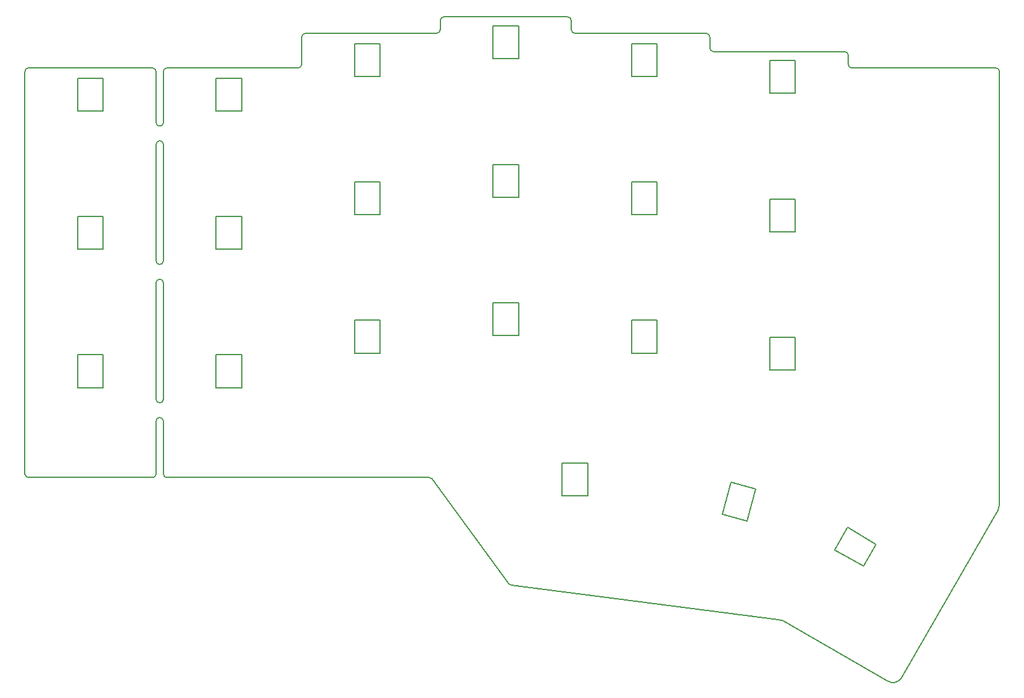
<source format=gbr>
G04 #@! TF.GenerationSoftware,KiCad,Pcbnew,7.0.7*
G04 #@! TF.CreationDate,2023-09-12T18:14:11+01:00*
G04 #@! TF.ProjectId,corne_dark,636f726e-655f-4646-9172-6b2e6b696361,1.0*
G04 #@! TF.SameCoordinates,Original*
G04 #@! TF.FileFunction,Profile,NP*
%FSLAX46Y46*%
G04 Gerber Fmt 4.6, Leading zero omitted, Abs format (unit mm)*
G04 Created by KiCad (PCBNEW 7.0.7) date 2023-09-12 18:14:11*
%MOMM*%
%LPD*%
G01*
G04 APERTURE LIST*
G04 #@! TA.AperFunction,Profile*
%ADD10C,0.150000*%
G04 #@! TD*
G04 APERTURE END LIST*
D10*
X87250000Y-69400000D02*
X87250000Y-73900000D01*
X87250000Y-73900000D02*
X90750000Y-73900000D01*
X90750000Y-73900000D02*
X90750000Y-69400000D01*
X90750000Y-69400000D02*
X87250000Y-69400000D01*
X68250000Y-88400000D02*
X68250000Y-92900000D01*
X68250000Y-92900000D02*
X71750000Y-92900000D01*
X71750000Y-92900000D02*
X71750000Y-88400000D01*
X71750000Y-88400000D02*
X68250000Y-88400000D01*
X87250000Y-88400000D02*
X87250000Y-92900000D01*
X87250000Y-92900000D02*
X90750000Y-92900000D01*
X90750000Y-92900000D02*
X90750000Y-88400000D01*
X90750000Y-88400000D02*
X87250000Y-88400000D01*
X68250000Y-107400000D02*
X68250000Y-111900000D01*
X68250000Y-111900000D02*
X71750000Y-111900000D01*
X71750000Y-111900000D02*
X71750000Y-107400000D01*
X71750000Y-107400000D02*
X68250000Y-107400000D01*
X87250000Y-107400000D02*
X87250000Y-111900000D01*
X87250000Y-111900000D02*
X90750000Y-111900000D01*
X90750000Y-111900000D02*
X90750000Y-107400000D01*
X90750000Y-107400000D02*
X87250000Y-107400000D01*
X106250000Y-64650000D02*
X106250000Y-69150000D01*
X106250000Y-69150000D02*
X109750000Y-69150000D01*
X109750000Y-69150000D02*
X109750000Y-64650000D01*
X109750000Y-64650000D02*
X106250000Y-64650000D01*
X125250000Y-62250000D02*
X125250000Y-66750000D01*
X125250000Y-66750000D02*
X128750000Y-66750000D01*
X128750000Y-66750000D02*
X128750000Y-62250000D01*
X128750000Y-62250000D02*
X125250000Y-62250000D01*
X144250000Y-64650000D02*
X144250000Y-69150000D01*
X144250000Y-69150000D02*
X147750000Y-69150000D01*
X147750000Y-69150000D02*
X147750000Y-64650000D01*
X147750000Y-64650000D02*
X144250000Y-64650000D01*
X163250000Y-67000000D02*
X163250000Y-71500000D01*
X163250000Y-71500000D02*
X166750000Y-71500000D01*
X166750000Y-71500000D02*
X166750000Y-67000000D01*
X166750000Y-67000000D02*
X163250000Y-67000000D01*
X106250000Y-83650000D02*
X106250000Y-88150000D01*
X106250000Y-88150000D02*
X109750000Y-88150000D01*
X109750000Y-88150000D02*
X109750000Y-83650000D01*
X109750000Y-83650000D02*
X106250000Y-83650000D01*
X125250000Y-81250000D02*
X125250000Y-85750000D01*
X125250000Y-85750000D02*
X128750000Y-85750000D01*
X128750000Y-85750000D02*
X128750000Y-81250000D01*
X128750000Y-81250000D02*
X125250000Y-81250000D01*
X144250000Y-83650000D02*
X144250000Y-88150000D01*
X144250000Y-88150000D02*
X147750000Y-88150000D01*
X147750000Y-88150000D02*
X147750000Y-83650000D01*
X147750000Y-83650000D02*
X144250000Y-83650000D01*
X163250000Y-86000000D02*
X163250000Y-90500000D01*
X163250000Y-90500000D02*
X166750000Y-90500000D01*
X166750000Y-90500000D02*
X166750000Y-86000000D01*
X166750000Y-86000000D02*
X163250000Y-86000000D01*
X106250000Y-102650000D02*
X106250000Y-107150000D01*
X106250000Y-107150000D02*
X109750000Y-107150000D01*
X109750000Y-107150000D02*
X109750000Y-102650000D01*
X109750000Y-102650000D02*
X106250000Y-102650000D01*
X125250000Y-100250000D02*
X125250000Y-104750000D01*
X125250000Y-104750000D02*
X128750000Y-104750000D01*
X128750000Y-104750000D02*
X128750000Y-100250000D01*
X128750000Y-100250000D02*
X125250000Y-100250000D01*
X144250000Y-102650000D02*
X144250000Y-107150000D01*
X144250000Y-107150000D02*
X147750000Y-107150000D01*
X147750000Y-107150000D02*
X147750000Y-102650000D01*
X147750000Y-102650000D02*
X144250000Y-102650000D01*
X163250000Y-105000000D02*
X163250000Y-109500000D01*
X163250000Y-109500000D02*
X166750000Y-109500000D01*
X166750000Y-109500000D02*
X166750000Y-105000000D01*
X166750000Y-105000000D02*
X163250000Y-105000000D01*
X134750000Y-122300000D02*
X134750000Y-126750000D01*
X134750000Y-126750000D02*
X138250000Y-126750000D01*
X138250000Y-126750000D02*
X138250000Y-122300000D01*
X138250000Y-122300000D02*
X134750000Y-122300000D01*
X157900000Y-124900000D02*
X156700000Y-129300000D01*
X156700000Y-129300000D02*
X160100000Y-130200000D01*
X160100000Y-130200000D02*
X161300000Y-125800000D01*
X161300000Y-125800000D02*
X157900000Y-124900000D01*
X116500000Y-124250000D02*
X80500000Y-124250000D01*
X80000000Y-94500000D02*
X80000000Y-78500000D01*
X80000000Y-97500000D02*
X80000000Y-113500000D01*
X194750000Y-68500000D02*
X194750000Y-127975000D01*
X78500000Y-124250000D02*
G75*
G03*
X79000000Y-123750000I0J500000D01*
G01*
X79000000Y-94500000D02*
G75*
G03*
X79500000Y-95000000I500000J0D01*
G01*
X79000000Y-68500000D02*
G75*
G03*
X78500000Y-68000000I-500000J0D01*
G01*
X155000000Y-65250000D02*
X155000000Y-63750000D01*
X61000000Y-68500000D02*
X61000000Y-123750000D01*
X194522772Y-128847701D02*
G75*
G03*
X194750000Y-127975000I-1475072J850001D01*
G01*
X136000000Y-62750000D02*
X136000000Y-61500000D01*
X80000000Y-75500000D02*
X80000000Y-68500000D01*
X194750000Y-68500000D02*
G75*
G03*
X194250000Y-68000000I-500000J0D01*
G01*
X79000000Y-113500000D02*
G75*
G03*
X79500000Y-114000000I500000J0D01*
G01*
X117500000Y-63250000D02*
X99500000Y-63250000D01*
X79000000Y-75500000D02*
G75*
G03*
X79500000Y-76000000I500000J0D01*
G01*
X99500000Y-63250000D02*
G75*
G03*
X99000000Y-63750000I0J-500000D01*
G01*
X98500000Y-68000000D02*
X80500000Y-68000000D01*
X79500000Y-116000000D02*
G75*
G03*
X79000000Y-116500000I0J-500000D01*
G01*
X127396447Y-138853553D02*
G75*
G03*
X127750000Y-139000000I353553J353553D01*
G01*
X173500000Y-65750000D02*
X155500000Y-65750000D01*
X165075000Y-143900000D02*
X179369251Y-152160956D01*
X78500000Y-68000000D02*
X61500000Y-68000000D01*
X98500000Y-68000000D02*
G75*
G03*
X99000000Y-67500000I0J500000D01*
G01*
X80000000Y-123750000D02*
G75*
G03*
X80500000Y-124250000I500000J0D01*
G01*
X135500000Y-61000000D02*
X118500000Y-61000000D01*
X154500000Y-63250000D02*
X136500000Y-63250000D01*
X176100000Y-136400000D02*
X177800000Y-133400000D01*
X80000000Y-97500000D02*
G75*
G03*
X79500000Y-97000000I-500000J0D01*
G01*
X173900000Y-131100000D02*
X172100000Y-134200000D01*
X179369283Y-152160908D02*
G75*
G03*
X181297263Y-151781465I775017J1149908D01*
G01*
X80000000Y-78500000D02*
G75*
G03*
X79500000Y-78000000I-500000J0D01*
G01*
X79500000Y-95000000D02*
G75*
G03*
X80000000Y-94500000I0J500000D01*
G01*
X116853553Y-124396447D02*
X127396447Y-138853553D01*
X79500000Y-76000000D02*
G75*
G03*
X80000000Y-75500000I0J500000D01*
G01*
X79500000Y-78000000D02*
G75*
G03*
X79000000Y-78500000I0J-500000D01*
G01*
X155000000Y-65250000D02*
G75*
G03*
X155500000Y-65750000I500000J0D01*
G01*
X79500000Y-97000000D02*
G75*
G03*
X79000000Y-97500000I0J-500000D01*
G01*
X136000000Y-61500000D02*
G75*
G03*
X135500000Y-61000000I-500000J0D01*
G01*
X79000000Y-78500000D02*
X79000000Y-94500000D01*
X118000000Y-61500000D02*
X118000000Y-62750000D01*
X174000000Y-66250000D02*
G75*
G03*
X173500000Y-65750000I-500000J0D01*
G01*
X61500000Y-68000000D02*
G75*
G03*
X61000000Y-68500000I0J-500000D01*
G01*
X127750000Y-139000000D02*
X164420555Y-143770344D01*
X79000000Y-123750000D02*
X79000000Y-116500000D01*
X155000000Y-63750000D02*
G75*
G03*
X154500000Y-63250000I-500000J0D01*
G01*
X99000000Y-63750000D02*
X99000000Y-67500000D01*
X79000000Y-68500000D02*
X79000000Y-75500000D01*
X181297263Y-151781465D02*
X194525000Y-128850000D01*
X172100000Y-134200000D02*
X176100000Y-136400000D01*
X117500000Y-63250000D02*
G75*
G03*
X118000000Y-62750000I0J500000D01*
G01*
X71750000Y-69400000D02*
X68250000Y-69400000D01*
X61000000Y-123750000D02*
G75*
G03*
X61500000Y-124250000I500000J0D01*
G01*
X68250000Y-73900000D02*
X71750000Y-73900000D01*
X165074999Y-143900003D02*
G75*
G03*
X164420555Y-143770345I-987599J-3268397D01*
G01*
X177800000Y-133400000D02*
X173900000Y-131100000D01*
X61500000Y-124250000D02*
X78500000Y-124250000D01*
X71750000Y-73900000D02*
X71750000Y-69400000D01*
X79500000Y-114000000D02*
G75*
G03*
X80000000Y-113500000I0J500000D01*
G01*
X116853553Y-124396447D02*
G75*
G03*
X116500000Y-124250000I-353553J-353553D01*
G01*
X136000000Y-62750000D02*
G75*
G03*
X136500000Y-63250000I500000J0D01*
G01*
X79000000Y-113500000D02*
X79000000Y-97500000D01*
X174000000Y-67500000D02*
G75*
G03*
X174500000Y-68000000I500000J0D01*
G01*
X80000000Y-116500000D02*
G75*
G03*
X79500000Y-116000000I-500000J0D01*
G01*
X68250000Y-69400000D02*
X68250000Y-73900000D01*
X80000000Y-116500000D02*
X80000000Y-123750000D01*
X174000000Y-66250000D02*
X174000000Y-67500000D01*
X118500000Y-61000000D02*
G75*
G03*
X118000000Y-61500000I0J-500000D01*
G01*
X80500000Y-68000000D02*
G75*
G03*
X80000000Y-68500000I0J-500000D01*
G01*
X194250000Y-68000000D02*
X174500000Y-68000000D01*
M02*

</source>
